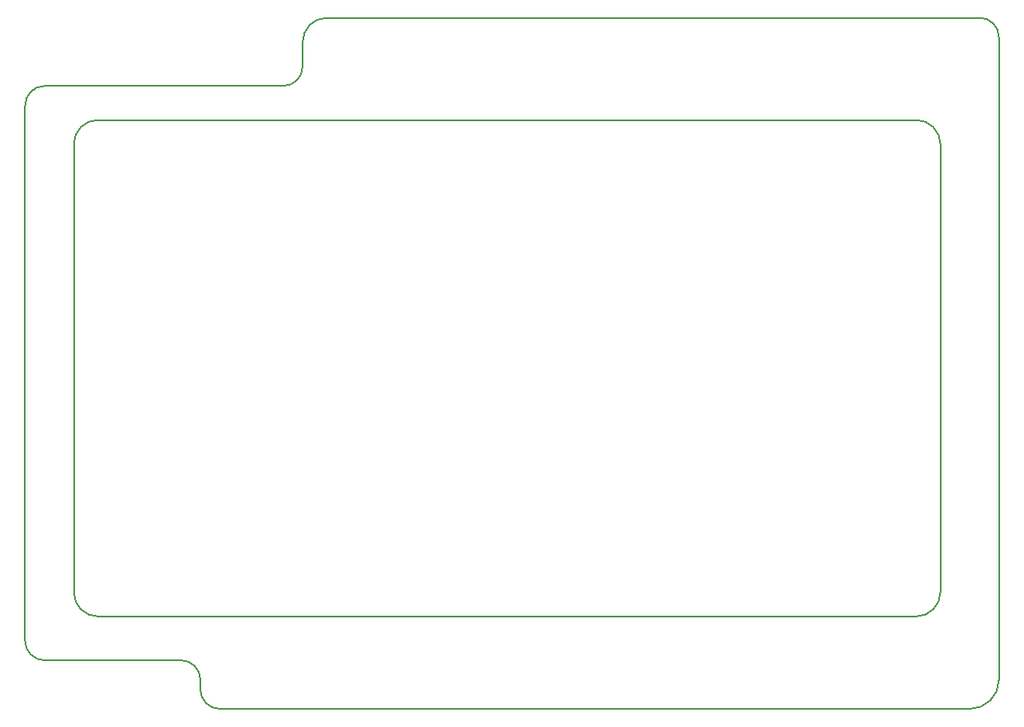
<source format=gbr>
%TF.GenerationSoftware,KiCad,Pcbnew,5.0.1*%
%TF.CreationDate,2019-01-19T14:59:23-06:00*%
%TF.ProjectId,NFCJig-TOP,4E46434A69672D544F502E6B69636164,rev?*%
%TF.SameCoordinates,Original*%
%TF.FileFunction,Profile,NP*%
%FSLAX46Y46*%
G04 Gerber Fmt 4.6, Leading zero omitted, Abs format (unit mm)*
G04 Created by KiCad (PCBNEW 5.0.1) date Sat 19 Jan 2019 02:59:23 PM CST*
%MOMM*%
%LPD*%
G01*
G04 APERTURE LIST*
%ADD10C,0.150000*%
G04 APERTURE END LIST*
D10*
X127000000Y-134000000D02*
X204000000Y-134000000D01*
X107000000Y-127000000D02*
X107000000Y-126000000D01*
X109000000Y-129000000D02*
X110500000Y-129000000D01*
X109000000Y-129000000D02*
G75*
G02X107000000Y-127000000I0J2000000D01*
G01*
X123000000Y-129000000D02*
X110500000Y-129000000D01*
X107000000Y-72000000D02*
X107000000Y-126000000D01*
X125000000Y-132000000D02*
X125000000Y-131000000D01*
X123000000Y-129000000D02*
G75*
G02X125000000Y-131000000I0J-2000000D01*
G01*
X127000000Y-134000000D02*
G75*
G02X125000000Y-132000000I0J2000000D01*
G01*
X207000000Y-65000000D02*
X207000000Y-67000000D01*
X205000000Y-63000000D02*
X203500000Y-63000000D01*
X205000000Y-63000000D02*
G75*
G02X207000000Y-65000000I0J-2000000D01*
G01*
X203000000Y-63000000D02*
X203500000Y-63000000D01*
X138000000Y-63000000D02*
X203000000Y-63000000D01*
X135500000Y-68000000D02*
X135500000Y-65500000D01*
X135500000Y-65500000D02*
G75*
G02X138000000Y-63000000I2500000J0D01*
G01*
X107000000Y-72000000D02*
G75*
G02X109000000Y-70000000I2000000J0D01*
G01*
X109000000Y-70000000D02*
X110500000Y-70000000D01*
X133500000Y-70000000D02*
X110500000Y-70000000D01*
X135500000Y-68000000D02*
G75*
G02X133500000Y-70000000I-2000000J0D01*
G01*
X112000000Y-76000000D02*
G75*
G02X114500000Y-73500000I2500000J0D01*
G01*
X114500000Y-73500000D02*
X198500000Y-73500000D01*
X207000000Y-67000000D02*
X207000000Y-131000000D01*
X207000000Y-131000000D02*
G75*
G02X204000000Y-134000000I-3000000J0D01*
G01*
X112000000Y-122000000D02*
X112000000Y-76000000D01*
X198500000Y-124500000D02*
X114500000Y-124500000D01*
X201000000Y-76000000D02*
X201000000Y-122000000D01*
X201000000Y-122000000D02*
G75*
G02X198500000Y-124500000I-2500000J0D01*
G01*
X114500000Y-124500000D02*
G75*
G02X112000000Y-122000000I0J2500000D01*
G01*
X198500000Y-73500000D02*
G75*
G02X201000000Y-76000000I0J-2500000D01*
G01*
M02*

</source>
